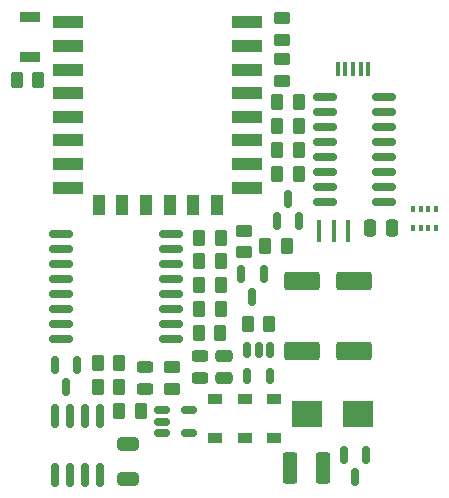
<source format=gtp>
%TF.GenerationSoftware,KiCad,Pcbnew,(6.0.9)*%
%TF.CreationDate,2023-01-11T20:23:52+07:00*%
%TF.ProjectId,ESP12CORE_B_MULTI,45535031-3243-44f5-9245-5f425f4d554c,rev?*%
%TF.SameCoordinates,Original*%
%TF.FileFunction,Paste,Top*%
%TF.FilePolarity,Positive*%
%FSLAX46Y46*%
G04 Gerber Fmt 4.6, Leading zero omitted, Abs format (unit mm)*
G04 Created by KiCad (PCBNEW (6.0.9)) date 2023-01-11 20:23:52*
%MOMM*%
%LPD*%
G01*
G04 APERTURE LIST*
G04 Aperture macros list*
%AMRoundRect*
0 Rectangle with rounded corners*
0 $1 Rounding radius*
0 $2 $3 $4 $5 $6 $7 $8 $9 X,Y pos of 4 corners*
0 Add a 4 corners polygon primitive as box body*
4,1,4,$2,$3,$4,$5,$6,$7,$8,$9,$2,$3,0*
0 Add four circle primitives for the rounded corners*
1,1,$1+$1,$2,$3*
1,1,$1+$1,$4,$5*
1,1,$1+$1,$6,$7*
1,1,$1+$1,$8,$9*
0 Add four rect primitives between the rounded corners*
20,1,$1+$1,$2,$3,$4,$5,0*
20,1,$1+$1,$4,$5,$6,$7,0*
20,1,$1+$1,$6,$7,$8,$9,0*
20,1,$1+$1,$8,$9,$2,$3,0*%
G04 Aperture macros list end*
%ADD10R,1.700000X0.900000*%
%ADD11R,1.200000X0.900000*%
%ADD12RoundRect,0.150000X-0.150000X0.587500X-0.150000X-0.587500X0.150000X-0.587500X0.150000X0.587500X0*%
%ADD13RoundRect,0.250000X0.262500X0.450000X-0.262500X0.450000X-0.262500X-0.450000X0.262500X-0.450000X0*%
%ADD14RoundRect,0.150000X-0.512500X-0.150000X0.512500X-0.150000X0.512500X0.150000X-0.512500X0.150000X0*%
%ADD15RoundRect,0.250000X-0.650000X0.325000X-0.650000X-0.325000X0.650000X-0.325000X0.650000X0.325000X0*%
%ADD16RoundRect,0.250000X0.450000X-0.262500X0.450000X0.262500X-0.450000X0.262500X-0.450000X-0.262500X0*%
%ADD17R,2.500000X2.300000*%
%ADD18RoundRect,0.250000X-0.262500X-0.450000X0.262500X-0.450000X0.262500X0.450000X-0.262500X0.450000X0*%
%ADD19RoundRect,0.250000X-1.250000X-0.550000X1.250000X-0.550000X1.250000X0.550000X-1.250000X0.550000X0*%
%ADD20RoundRect,0.243750X-0.456250X0.243750X-0.456250X-0.243750X0.456250X-0.243750X0.456250X0.243750X0*%
%ADD21RoundRect,0.150000X-0.150000X0.512500X-0.150000X-0.512500X0.150000X-0.512500X0.150000X0.512500X0*%
%ADD22R,0.350000X0.500000*%
%ADD23RoundRect,0.150000X-0.150000X0.825000X-0.150000X-0.825000X0.150000X-0.825000X0.150000X0.825000X0*%
%ADD24RoundRect,0.150000X-0.825000X-0.150000X0.825000X-0.150000X0.825000X0.150000X-0.825000X0.150000X0*%
%ADD25RoundRect,0.250000X0.475000X-0.250000X0.475000X0.250000X-0.475000X0.250000X-0.475000X-0.250000X0*%
%ADD26RoundRect,0.250000X-0.450000X0.262500X-0.450000X-0.262500X0.450000X-0.262500X0.450000X0.262500X0*%
%ADD27RoundRect,0.150000X-0.875000X-0.150000X0.875000X-0.150000X0.875000X0.150000X-0.875000X0.150000X0*%
%ADD28R,2.500000X1.000000*%
%ADD29R,1.000000X1.800000*%
%ADD30RoundRect,0.250000X-0.250000X-0.475000X0.250000X-0.475000X0.250000X0.475000X-0.250000X0.475000X0*%
%ADD31R,0.400000X1.900000*%
%ADD32RoundRect,0.150000X0.150000X-0.587500X0.150000X0.587500X-0.150000X0.587500X-0.150000X-0.587500X0*%
%ADD33RoundRect,0.250000X0.375000X1.075000X-0.375000X1.075000X-0.375000X-1.075000X0.375000X-1.075000X0*%
%ADD34R,0.450000X1.300000*%
%ADD35RoundRect,0.243750X0.456250X-0.243750X0.456250X0.243750X-0.456250X0.243750X-0.456250X-0.243750X0*%
G04 APERTURE END LIST*
D10*
%TO.C,SW1*%
X110200827Y-60887897D03*
X110200827Y-64287897D03*
%TD*%
D11*
%TO.C,D1*%
X130825000Y-93250000D03*
X130825000Y-96550000D03*
%TD*%
D12*
%TO.C,Q2*%
X129973541Y-82670793D03*
X128073541Y-82670793D03*
X129023541Y-84545793D03*
%TD*%
D13*
%TO.C,R7*%
X131915699Y-80238384D03*
X130090699Y-80238384D03*
%TD*%
D14*
%TO.C,U8*%
X121392500Y-94180000D03*
X121392500Y-95130000D03*
X121392500Y-96080000D03*
X123667500Y-96080000D03*
X123667500Y-94180000D03*
%TD*%
D15*
%TO.C,C14*%
X118480000Y-97075000D03*
X118480000Y-100025000D03*
%TD*%
D16*
%TO.C,R27*%
X122174000Y-92352500D03*
X122174000Y-90527500D03*
%TD*%
D11*
%TO.C,D4*%
X128350000Y-96525000D03*
X128350000Y-93225000D03*
%TD*%
D17*
%TO.C,D5*%
X133622000Y-94488000D03*
X137922000Y-94488000D03*
%TD*%
D13*
%TO.C,R5*%
X132933550Y-72136000D03*
X131108550Y-72136000D03*
%TD*%
D11*
%TO.C,D3*%
X125852177Y-93199169D03*
X125852177Y-96499169D03*
%TD*%
D13*
%TO.C,R14*%
X126333864Y-83566000D03*
X124508864Y-83566000D03*
%TD*%
%TO.C,R3*%
X132932840Y-68072000D03*
X131107840Y-68072000D03*
%TD*%
D18*
%TO.C,R24*%
X124510809Y-85598000D03*
X126335809Y-85598000D03*
%TD*%
D12*
%TO.C,Q4*%
X138663636Y-97959082D03*
X136763636Y-97959082D03*
X137713636Y-99834082D03*
%TD*%
D19*
%TO.C,C12*%
X133186648Y-83263189D03*
X137586648Y-83263189D03*
%TD*%
D13*
%TO.C,R12*%
X117752500Y-90170000D03*
X115927500Y-90170000D03*
%TD*%
D20*
%TO.C,D2*%
X124538237Y-89565000D03*
X124538237Y-91440000D03*
%TD*%
D12*
%TO.C,Q3*%
X114197348Y-90358224D03*
X112297348Y-90358224D03*
X113247348Y-92233224D03*
%TD*%
D19*
%TO.C,C7*%
X133182000Y-89154000D03*
X137582000Y-89154000D03*
%TD*%
D18*
%TO.C,R9*%
X131098906Y-74168000D03*
X132923906Y-74168000D03*
%TD*%
%TO.C,R4*%
X131105336Y-70104000D03*
X132930336Y-70104000D03*
%TD*%
D21*
%TO.C,U6*%
X130490000Y-89032500D03*
X129540000Y-89032500D03*
X128590000Y-89032500D03*
X128590000Y-91307500D03*
X130490000Y-91307500D03*
%TD*%
D16*
%TO.C,R6*%
X128270000Y-80819000D03*
X128270000Y-78994000D03*
%TD*%
D22*
%TO.C,U2*%
X144572362Y-78726687D03*
X143922362Y-78726687D03*
X143272362Y-78726687D03*
X142622362Y-78726687D03*
X142622362Y-77126687D03*
X143272362Y-77126687D03*
X143922362Y-77126687D03*
X144572362Y-77126687D03*
%TD*%
D13*
%TO.C,R21*%
X126316594Y-79561634D03*
X124491594Y-79561634D03*
%TD*%
%TO.C,R13*%
X117752500Y-92235934D03*
X115927500Y-92235934D03*
%TD*%
D16*
%TO.C,R8*%
X131508320Y-66268384D03*
X131508320Y-64443384D03*
%TD*%
D13*
%TO.C,R28*%
X119588725Y-94234000D03*
X117763725Y-94234000D03*
%TD*%
D23*
%TO.C,U4*%
X116130000Y-94675000D03*
X114860000Y-94675000D03*
X113590000Y-94675000D03*
X112320000Y-94675000D03*
X112320000Y-99625000D03*
X113590000Y-99625000D03*
X114860000Y-99625000D03*
X116130000Y-99625000D03*
%TD*%
D24*
%TO.C,U5*%
X135203064Y-67647726D03*
X135203064Y-68917726D03*
X135203064Y-70187726D03*
X135203064Y-71457726D03*
X135203064Y-72727726D03*
X135203064Y-73997726D03*
X135203064Y-75267726D03*
X135203064Y-76537726D03*
X140153064Y-76537726D03*
X140153064Y-75267726D03*
X140153064Y-73997726D03*
X140153064Y-72727726D03*
X140153064Y-71457726D03*
X140153064Y-70187726D03*
X140153064Y-68917726D03*
X140153064Y-67647726D03*
%TD*%
D25*
%TO.C,C8*%
X126618095Y-91440000D03*
X126618095Y-89540000D03*
%TD*%
D18*
%TO.C,R23*%
X124476200Y-87630000D03*
X126301200Y-87630000D03*
%TD*%
D26*
%TO.C,R2*%
X131521512Y-61002915D03*
X131521512Y-62827915D03*
%TD*%
D27*
%TO.C,U3*%
X112825000Y-79230000D03*
X112825000Y-80500000D03*
X112825000Y-81770000D03*
X112825000Y-83040000D03*
X112825000Y-84310000D03*
X112825000Y-85580000D03*
X112825000Y-86850000D03*
X112825000Y-88120000D03*
X122125000Y-88120000D03*
X122125000Y-86850000D03*
X122125000Y-85580000D03*
X122125000Y-84310000D03*
X122125000Y-83040000D03*
X122125000Y-81770000D03*
X122125000Y-80500000D03*
X122125000Y-79230000D03*
%TD*%
D13*
%TO.C,R20*%
X126342608Y-81564676D03*
X124517608Y-81564676D03*
%TD*%
D28*
%TO.C,U1*%
X113400000Y-61328000D03*
X113400000Y-63328000D03*
X113400000Y-65328000D03*
X113400000Y-67328000D03*
X113400000Y-69328000D03*
X113400000Y-71328000D03*
X113400000Y-73328000D03*
X113400000Y-75328000D03*
D29*
X116000000Y-76828000D03*
X118000000Y-76828000D03*
X120000000Y-76828000D03*
X122000000Y-76828000D03*
X124000000Y-76828000D03*
X126000000Y-76828000D03*
D28*
X128600000Y-75328000D03*
X128600000Y-73328000D03*
X128600000Y-71328000D03*
X128600000Y-69328000D03*
X128600000Y-67328000D03*
X128600000Y-65328000D03*
X128600000Y-63328000D03*
X128600000Y-61328000D03*
%TD*%
D30*
%TO.C,C10*%
X138938000Y-78740000D03*
X140838000Y-78740000D03*
%TD*%
D13*
%TO.C,R25*%
X130452500Y-86868000D03*
X128627500Y-86868000D03*
%TD*%
D31*
%TO.C,Y1*%
X137090000Y-78994000D03*
X135890000Y-78994000D03*
X134690000Y-78994000D03*
%TD*%
D32*
%TO.C,Q1*%
X131063050Y-78153500D03*
X132963050Y-78153500D03*
X132013050Y-76278500D03*
%TD*%
D33*
%TO.C,F1*%
X135004000Y-99060000D03*
X132204000Y-99060000D03*
%TD*%
D34*
%TO.C,J7*%
X138841582Y-65290224D03*
X138191582Y-65290224D03*
X137541582Y-65290224D03*
X136891582Y-65290224D03*
X136241582Y-65290224D03*
%TD*%
D13*
%TO.C,R1*%
X110890107Y-66206359D03*
X109065107Y-66206359D03*
%TD*%
D35*
%TO.C,D6*%
X119888000Y-92377500D03*
X119888000Y-90502500D03*
%TD*%
M02*

</source>
